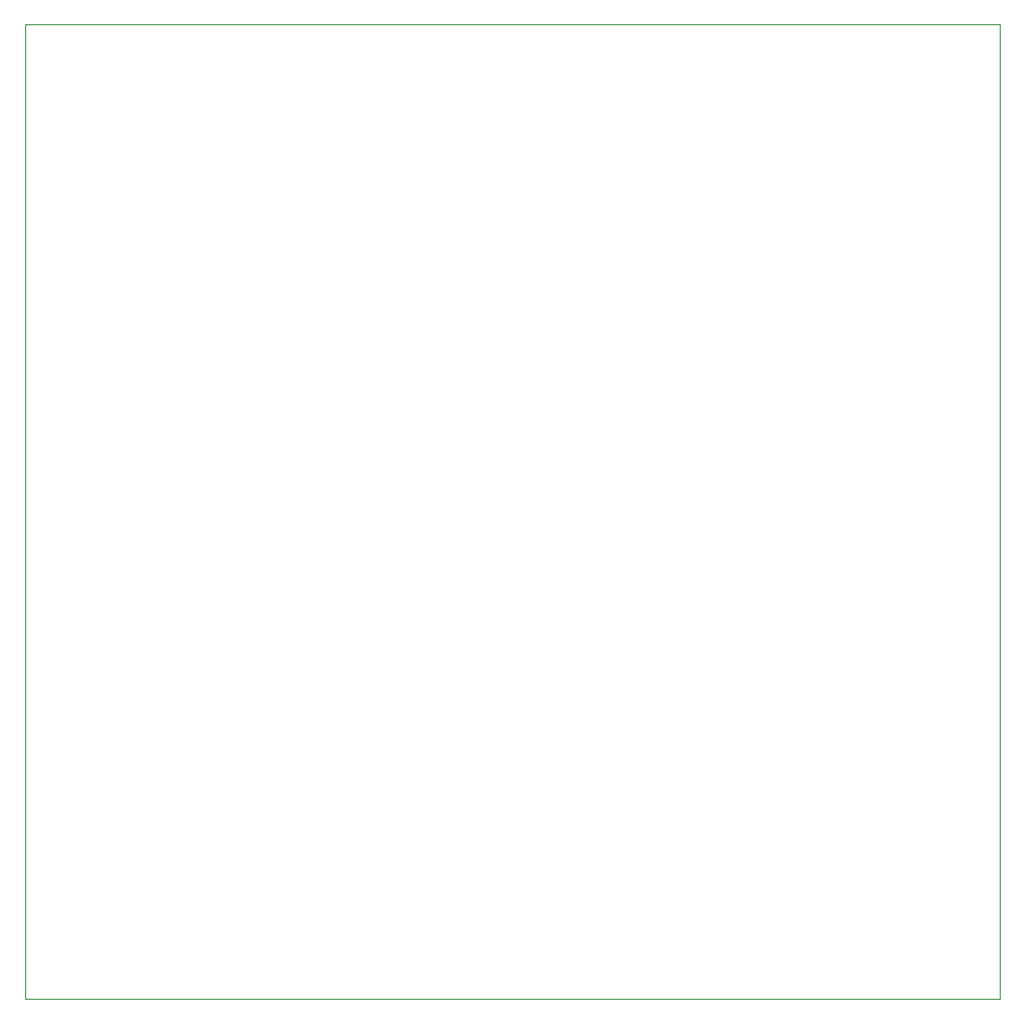
<source format=gbr>
%TF.GenerationSoftware,KiCad,Pcbnew,7.0.1*%
%TF.CreationDate,2024-01-20T22:07:00+00:00*%
%TF.ProjectId,PowerDelivery,506f7765-7244-4656-9c69-766572792e6b,rev?*%
%TF.SameCoordinates,Original*%
%TF.FileFunction,Profile,NP*%
%FSLAX46Y46*%
G04 Gerber Fmt 4.6, Leading zero omitted, Abs format (unit mm)*
G04 Created by KiCad (PCBNEW 7.0.1) date 2024-01-20 22:07:00*
%MOMM*%
%LPD*%
G01*
G04 APERTURE LIST*
%TA.AperFunction,Profile*%
%ADD10C,0.100000*%
%TD*%
G04 APERTURE END LIST*
D10*
X112000000Y-56000000D02*
X197000000Y-56000000D01*
X197000000Y-141000000D01*
X112000000Y-141000000D01*
X112000000Y-56000000D01*
M02*

</source>
